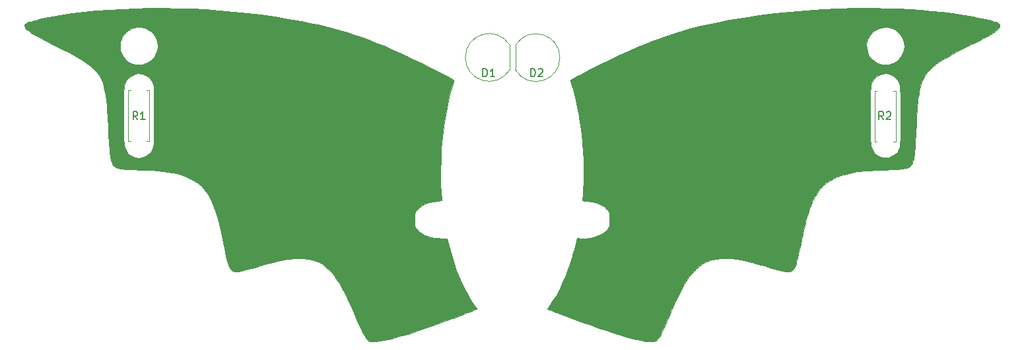
<source format=gbr>
%TF.GenerationSoftware,KiCad,Pcbnew,8.0.5*%
%TF.CreationDate,2025-02-18T13:06:51+00:00*%
%TF.ProjectId,bat-design,6261742d-6465-4736-9967-6e2e6b696361,v1*%
%TF.SameCoordinates,Original*%
%TF.FileFunction,Legend,Top*%
%TF.FilePolarity,Positive*%
%FSLAX46Y46*%
G04 Gerber Fmt 4.6, Leading zero omitted, Abs format (unit mm)*
G04 Created by KiCad (PCBNEW 8.0.5) date 2025-02-18 13:06:51*
%MOMM*%
%LPD*%
G01*
G04 APERTURE LIST*
%ADD10C,0.150000*%
%ADD11C,0.100000*%
%ADD12C,0.120000*%
%ADD13C,0.010000*%
G04 APERTURE END LIST*
D10*
X91260705Y-152169019D02*
X91260705Y-151169019D01*
X91260705Y-151169019D02*
X91498800Y-151169019D01*
X91498800Y-151169019D02*
X91641657Y-151216638D01*
X91641657Y-151216638D02*
X91736895Y-151311876D01*
X91736895Y-151311876D02*
X91784514Y-151407114D01*
X91784514Y-151407114D02*
X91832133Y-151597590D01*
X91832133Y-151597590D02*
X91832133Y-151740447D01*
X91832133Y-151740447D02*
X91784514Y-151930923D01*
X91784514Y-151930923D02*
X91736895Y-152026161D01*
X91736895Y-152026161D02*
X91641657Y-152121400D01*
X91641657Y-152121400D02*
X91498800Y-152169019D01*
X91498800Y-152169019D02*
X91260705Y-152169019D01*
X92784514Y-152169019D02*
X92213086Y-152169019D01*
X92498800Y-152169019D02*
X92498800Y-151169019D01*
X92498800Y-151169019D02*
X92403562Y-151311876D01*
X92403562Y-151311876D02*
X92308324Y-151407114D01*
X92308324Y-151407114D02*
X92213086Y-151454733D01*
X97432905Y-152169019D02*
X97432905Y-151169019D01*
X97432905Y-151169019D02*
X97671000Y-151169019D01*
X97671000Y-151169019D02*
X97813857Y-151216638D01*
X97813857Y-151216638D02*
X97909095Y-151311876D01*
X97909095Y-151311876D02*
X97956714Y-151407114D01*
X97956714Y-151407114D02*
X98004333Y-151597590D01*
X98004333Y-151597590D02*
X98004333Y-151740447D01*
X98004333Y-151740447D02*
X97956714Y-151930923D01*
X97956714Y-151930923D02*
X97909095Y-152026161D01*
X97909095Y-152026161D02*
X97813857Y-152121400D01*
X97813857Y-152121400D02*
X97671000Y-152169019D01*
X97671000Y-152169019D02*
X97432905Y-152169019D01*
X98385286Y-151264257D02*
X98432905Y-151216638D01*
X98432905Y-151216638D02*
X98528143Y-151169019D01*
X98528143Y-151169019D02*
X98766238Y-151169019D01*
X98766238Y-151169019D02*
X98861476Y-151216638D01*
X98861476Y-151216638D02*
X98909095Y-151264257D01*
X98909095Y-151264257D02*
X98956714Y-151359495D01*
X98956714Y-151359495D02*
X98956714Y-151454733D01*
X98956714Y-151454733D02*
X98909095Y-151597590D01*
X98909095Y-151597590D02*
X98337667Y-152169019D01*
X98337667Y-152169019D02*
X98956714Y-152169019D01*
X46975733Y-157680819D02*
X46642400Y-157204628D01*
X46404305Y-157680819D02*
X46404305Y-156680819D01*
X46404305Y-156680819D02*
X46785257Y-156680819D01*
X46785257Y-156680819D02*
X46880495Y-156728438D01*
X46880495Y-156728438D02*
X46928114Y-156776057D01*
X46928114Y-156776057D02*
X46975733Y-156871295D01*
X46975733Y-156871295D02*
X46975733Y-157014152D01*
X46975733Y-157014152D02*
X46928114Y-157109390D01*
X46928114Y-157109390D02*
X46880495Y-157157009D01*
X46880495Y-157157009D02*
X46785257Y-157204628D01*
X46785257Y-157204628D02*
X46404305Y-157204628D01*
X47928114Y-157680819D02*
X47356686Y-157680819D01*
X47642400Y-157680819D02*
X47642400Y-156680819D01*
X47642400Y-156680819D02*
X47547162Y-156823676D01*
X47547162Y-156823676D02*
X47451924Y-156918914D01*
X47451924Y-156918914D02*
X47356686Y-156966533D01*
X142632133Y-157680819D02*
X142298800Y-157204628D01*
X142060705Y-157680819D02*
X142060705Y-156680819D01*
X142060705Y-156680819D02*
X142441657Y-156680819D01*
X142441657Y-156680819D02*
X142536895Y-156728438D01*
X142536895Y-156728438D02*
X142584514Y-156776057D01*
X142584514Y-156776057D02*
X142632133Y-156871295D01*
X142632133Y-156871295D02*
X142632133Y-157014152D01*
X142632133Y-157014152D02*
X142584514Y-157109390D01*
X142584514Y-157109390D02*
X142536895Y-157157009D01*
X142536895Y-157157009D02*
X142441657Y-157204628D01*
X142441657Y-157204628D02*
X142060705Y-157204628D01*
X143013086Y-156776057D02*
X143060705Y-156728438D01*
X143060705Y-156728438D02*
X143155943Y-156680819D01*
X143155943Y-156680819D02*
X143394038Y-156680819D01*
X143394038Y-156680819D02*
X143489276Y-156728438D01*
X143489276Y-156728438D02*
X143536895Y-156776057D01*
X143536895Y-156776057D02*
X143584514Y-156871295D01*
X143584514Y-156871295D02*
X143584514Y-156966533D01*
X143584514Y-156966533D02*
X143536895Y-157109390D01*
X143536895Y-157109390D02*
X142965467Y-157680819D01*
X142965467Y-157680819D02*
X143584514Y-157680819D01*
D11*
%TO.C,D1*%
X94685000Y-148077600D02*
X94685000Y-151287600D01*
X94686718Y-151314811D02*
G75*
G02*
X94685000Y-148097600I-2611718J1607211D01*
G01*
%TO.C,D2*%
X95459400Y-151363000D02*
X95459400Y-148153000D01*
X95457682Y-148125789D02*
G75*
G02*
X95459400Y-151343000I2611718J-1607211D01*
G01*
D12*
%TO.C,R1*%
X45747000Y-153905200D02*
X46077000Y-153905200D01*
X45747000Y-160445200D02*
X45747000Y-153905200D01*
X46077000Y-160445200D02*
X45747000Y-160445200D01*
X48157000Y-160445200D02*
X48487000Y-160445200D01*
X48487000Y-153905200D02*
X48157000Y-153905200D01*
X48487000Y-160445200D02*
X48487000Y-153905200D01*
%TO.C,R2*%
X141479600Y-153981400D02*
X141809600Y-153981400D01*
X141479600Y-160521400D02*
X141479600Y-153981400D01*
X141809600Y-160521400D02*
X141479600Y-160521400D01*
X143889600Y-160521400D02*
X144219600Y-160521400D01*
X144219600Y-153981400D02*
X143889600Y-153981400D01*
X144219600Y-160521400D02*
X144219600Y-153981400D01*
D13*
%TO.C,Ref\u002A\u002A*%
X141410267Y-143388855D02*
X143024437Y-143418841D01*
X144565443Y-143469679D01*
X146042339Y-143541997D01*
X147464176Y-143636424D01*
X148840007Y-143753586D01*
X150178884Y-143894112D01*
X151489859Y-144058629D01*
X151908934Y-144117012D01*
X152455808Y-144198672D01*
X153012348Y-144288569D01*
X153569873Y-144384874D01*
X154119702Y-144485762D01*
X154653152Y-144589404D01*
X155161542Y-144693975D01*
X155636191Y-144797647D01*
X156068418Y-144898595D01*
X156449540Y-144994990D01*
X156770877Y-145085007D01*
X157023746Y-145166818D01*
X157167319Y-145223511D01*
X157363969Y-145334277D01*
X157487475Y-145458328D01*
X157536931Y-145596859D01*
X157511430Y-145751061D01*
X157410065Y-145922128D01*
X157231931Y-146111253D01*
X156976119Y-146319629D01*
X156641725Y-146548450D01*
X156227840Y-146798907D01*
X155782434Y-147046057D01*
X155623510Y-147130007D01*
X155400360Y-147245982D01*
X155124469Y-147388107D01*
X154807320Y-147550507D01*
X154460399Y-147727307D01*
X154095189Y-147912632D01*
X153723176Y-148100607D01*
X153581100Y-148172172D01*
X152843691Y-148547096D01*
X152178998Y-148893539D01*
X151581365Y-149215048D01*
X151045135Y-149515171D01*
X150564649Y-149797456D01*
X150134250Y-150065451D01*
X149748282Y-150322704D01*
X149401085Y-150572762D01*
X149087004Y-150819173D01*
X148800380Y-151065485D01*
X148535556Y-151315245D01*
X148478939Y-151371733D01*
X148192939Y-151680828D01*
X147959509Y-151984404D01*
X147768143Y-152301618D01*
X147608340Y-152651629D01*
X147469597Y-153053592D01*
X147378803Y-153378375D01*
X147302964Y-153688035D01*
X147234193Y-154007758D01*
X147171762Y-154344519D01*
X147114940Y-154705295D01*
X147062996Y-155097062D01*
X147015201Y-155526796D01*
X146970823Y-156001474D01*
X146929134Y-156528072D01*
X146889402Y-157113566D01*
X146850898Y-157764933D01*
X146812892Y-158489148D01*
X146786441Y-159037867D01*
X146752460Y-159731636D01*
X146718797Y-160346551D01*
X146684761Y-160888418D01*
X146649658Y-161363044D01*
X146612797Y-161776233D01*
X146573485Y-162133794D01*
X146531032Y-162441532D01*
X146484744Y-162705254D01*
X146433930Y-162930765D01*
X146377897Y-163123873D01*
X146315955Y-163290383D01*
X146266743Y-163398200D01*
X146200339Y-163519108D01*
X146124931Y-163624436D01*
X146034311Y-163715514D01*
X145922272Y-163793672D01*
X145782605Y-163860240D01*
X145609102Y-163916547D01*
X145395553Y-163963923D01*
X145135752Y-164003697D01*
X144823490Y-164037201D01*
X144452558Y-164065762D01*
X144016748Y-164090711D01*
X143509852Y-164113377D01*
X142925662Y-164135091D01*
X142807267Y-164139156D01*
X142120052Y-164164366D01*
X141508442Y-164191140D01*
X140963376Y-164220427D01*
X140475795Y-164253180D01*
X140036639Y-164290347D01*
X139636847Y-164332880D01*
X139267360Y-164381730D01*
X138919118Y-164437845D01*
X138583060Y-164502178D01*
X138250128Y-164575679D01*
X137954034Y-164648315D01*
X137203577Y-164870289D01*
X136523625Y-165135814D01*
X135910716Y-165447236D01*
X135361391Y-165806902D01*
X134872189Y-166217161D01*
X134439649Y-166680360D01*
X134060310Y-167198845D01*
X133961879Y-167356367D01*
X133817266Y-167602606D01*
X133692527Y-167831990D01*
X133577138Y-168066388D01*
X133460576Y-168327670D01*
X133332317Y-168637704D01*
X133269163Y-168795965D01*
X133152523Y-169100527D01*
X133041995Y-169411279D01*
X132935489Y-169736239D01*
X132830913Y-170083431D01*
X132726176Y-170460874D01*
X132619187Y-170876590D01*
X132507853Y-171338599D01*
X132390085Y-171854923D01*
X132263791Y-172433582D01*
X132126878Y-173082598D01*
X132033037Y-173537034D01*
X131914772Y-174108614D01*
X131809747Y-174603925D01*
X131716052Y-175030001D01*
X131631778Y-175393873D01*
X131555016Y-175702572D01*
X131483857Y-175963132D01*
X131416392Y-176182584D01*
X131350712Y-176367961D01*
X131284908Y-176526295D01*
X131217071Y-176664617D01*
X131153686Y-176776184D01*
X131028539Y-176961295D01*
X130905839Y-177081316D01*
X130760954Y-177150838D01*
X130569251Y-177184450D01*
X130451326Y-177192207D01*
X130299203Y-177195243D01*
X130141854Y-177189362D01*
X129971523Y-177172804D01*
X129780455Y-177143811D01*
X129560893Y-177100623D01*
X129305083Y-177041478D01*
X129005268Y-176964619D01*
X128653693Y-176868285D01*
X128242601Y-176750716D01*
X127764237Y-176610153D01*
X127376767Y-176494608D01*
X126529174Y-176248531D01*
X125750818Y-176039480D01*
X125035242Y-175866549D01*
X124375991Y-175728833D01*
X123766608Y-175625424D01*
X123200636Y-175555416D01*
X122671619Y-175517904D01*
X122173101Y-175511980D01*
X121698625Y-175536737D01*
X121241734Y-175591271D01*
X121103486Y-175613936D01*
X120635123Y-175716735D01*
X120188996Y-175859725D01*
X119762358Y-176046118D01*
X119352462Y-176279126D01*
X118956562Y-176561963D01*
X118571912Y-176897841D01*
X118195763Y-177289973D01*
X117825371Y-177741570D01*
X117457988Y-178255845D01*
X117090868Y-178836011D01*
X116721264Y-179485281D01*
X116346429Y-180206866D01*
X115963617Y-181003980D01*
X115570082Y-181879835D01*
X115390877Y-182295547D01*
X115258876Y-182605403D01*
X115114325Y-182944803D01*
X114968918Y-183286281D01*
X114834349Y-183602373D01*
X114731002Y-183845200D01*
X114493477Y-184388481D01*
X114276516Y-184852923D01*
X114078475Y-185241391D01*
X113897715Y-185556750D01*
X113732595Y-185801864D01*
X113581472Y-185979599D01*
X113443589Y-186092273D01*
X113354927Y-186138654D01*
X113254620Y-186169011D01*
X113120505Y-186187453D01*
X112930417Y-186198090D01*
X112860925Y-186200322D01*
X112603557Y-186198544D01*
X112321276Y-186182128D01*
X112064796Y-186154205D01*
X112030934Y-186149099D01*
X111525590Y-186056940D01*
X110946925Y-185928978D01*
X110297887Y-185766168D01*
X109581423Y-185569465D01*
X108800483Y-185339827D01*
X107958015Y-185078208D01*
X107056966Y-184785565D01*
X106100286Y-184462853D01*
X105090923Y-184111029D01*
X104031825Y-183731048D01*
X102925941Y-183323867D01*
X101776219Y-182890442D01*
X100685929Y-182470746D01*
X100391091Y-182355893D01*
X100122792Y-182250846D01*
X99890922Y-182159520D01*
X99705373Y-182085831D01*
X99576034Y-182033694D01*
X99512798Y-182007023D01*
X99508195Y-182004573D01*
X99526390Y-181967413D01*
X99586370Y-181877369D01*
X99678308Y-181748672D01*
X99772824Y-181621396D01*
X100229083Y-180969777D01*
X100673850Y-180241978D01*
X101103214Y-179446143D01*
X101513260Y-178590420D01*
X101900075Y-177682954D01*
X102259747Y-176731891D01*
X102575129Y-175787764D01*
X102659609Y-175507598D01*
X102756021Y-175170705D01*
X102858726Y-174798342D01*
X102962081Y-174411762D01*
X103060445Y-174032221D01*
X103148175Y-173680973D01*
X103219632Y-173379275D01*
X103246495Y-173258294D01*
X103315646Y-172937221D01*
X103852707Y-172956438D01*
X104389972Y-172950957D01*
X104911251Y-172897969D01*
X105408219Y-172800891D01*
X105872551Y-172663137D01*
X106295921Y-172488125D01*
X106670005Y-172279269D01*
X106986476Y-172039985D01*
X107237011Y-171773690D01*
X107406606Y-171498280D01*
X107449018Y-171404211D01*
X107479575Y-171320343D01*
X107500216Y-171230478D01*
X107512882Y-171118423D01*
X107519513Y-170967982D01*
X107522049Y-170762961D01*
X107522434Y-170531367D01*
X107521919Y-170267256D01*
X107519067Y-170071808D01*
X107511913Y-169929019D01*
X107498492Y-169822887D01*
X107476840Y-169737408D01*
X107444993Y-169656580D01*
X107404654Y-169571863D01*
X107273148Y-169365325D01*
X107082618Y-169146989D01*
X106852851Y-168935991D01*
X106603637Y-168751465D01*
X106476339Y-168674224D01*
X106098204Y-168496602D01*
X105654352Y-168346166D01*
X105160541Y-168227062D01*
X104632525Y-168143435D01*
X104353517Y-168115652D01*
X104020934Y-168089133D01*
X104046742Y-167828583D01*
X104077930Y-167453032D01*
X104104889Y-167007064D01*
X104127444Y-166504829D01*
X104145420Y-165960481D01*
X104158641Y-165388172D01*
X104166931Y-164802053D01*
X104170115Y-164216276D01*
X104168018Y-163644993D01*
X104160464Y-163102357D01*
X104147277Y-162602519D01*
X104128283Y-162159632D01*
X104118995Y-162001200D01*
X103993565Y-160419286D01*
X103824430Y-158902207D01*
X103611866Y-157451611D01*
X103569413Y-157222092D01*
X140936658Y-157222092D01*
X140937216Y-157734265D01*
X140938978Y-158238268D01*
X140941943Y-158726364D01*
X140946115Y-159190819D01*
X140951494Y-159623897D01*
X140958083Y-160017863D01*
X140965883Y-160364983D01*
X140974895Y-160657520D01*
X140985121Y-160887741D01*
X140996563Y-161047909D01*
X141007747Y-161125184D01*
X141140215Y-161495805D01*
X141336690Y-161820567D01*
X141540007Y-162053047D01*
X141852099Y-162308849D01*
X142196896Y-162487788D01*
X142568231Y-162588218D01*
X142959938Y-162608491D01*
X143365850Y-162546961D01*
X143378058Y-162543866D01*
X143674220Y-162430586D01*
X143966019Y-162251656D01*
X144232104Y-162024372D01*
X144451122Y-161766027D01*
X144559528Y-161586890D01*
X144599770Y-161507487D01*
X144635188Y-161434247D01*
X144666091Y-161361496D01*
X144692785Y-161283561D01*
X144715580Y-161194767D01*
X144734782Y-161089442D01*
X144750699Y-160961912D01*
X144763640Y-160806503D01*
X144773911Y-160617542D01*
X144781821Y-160389354D01*
X144787678Y-160116267D01*
X144791790Y-159792607D01*
X144794463Y-159412699D01*
X144796006Y-158970871D01*
X144796727Y-158461449D01*
X144796934Y-157878760D01*
X144796934Y-157210723D01*
X144796457Y-156466545D01*
X144795015Y-155805350D01*
X144792588Y-155225455D01*
X144789153Y-154725183D01*
X144784693Y-154302853D01*
X144779185Y-153956784D01*
X144772610Y-153685299D01*
X144764949Y-153486716D01*
X144756179Y-153359355D01*
X144749960Y-153314367D01*
X144642250Y-152984433D01*
X144466492Y-152664333D01*
X144237307Y-152372749D01*
X143969317Y-152128366D01*
X143684888Y-151953498D01*
X143316500Y-151822619D01*
X142944536Y-151770948D01*
X142578181Y-151793995D01*
X142226625Y-151887271D01*
X141899055Y-152046284D01*
X141604657Y-152266544D01*
X141352619Y-152543562D01*
X141152130Y-152872845D01*
X141012375Y-153249905D01*
X141009421Y-153261126D01*
X140996858Y-153352665D01*
X140985480Y-153521118D01*
X140975289Y-153758752D01*
X140966285Y-154057831D01*
X140958471Y-154410620D01*
X140951848Y-154809383D01*
X140946417Y-155246386D01*
X140942182Y-155713894D01*
X140939142Y-156204171D01*
X140937300Y-156709482D01*
X140936658Y-157222092D01*
X103569413Y-157222092D01*
X103356152Y-156069143D01*
X103057566Y-154756451D01*
X102716386Y-153515180D01*
X102651166Y-153301700D01*
X102588948Y-153097387D01*
X102535277Y-152914002D01*
X102495791Y-152771297D01*
X102476129Y-152689025D01*
X102475932Y-152687867D01*
X102474813Y-152656839D01*
X102487147Y-152625183D01*
X102520406Y-152588297D01*
X102582059Y-152541577D01*
X102679576Y-152480421D01*
X102820427Y-152400226D01*
X103012082Y-152296388D01*
X103262010Y-152164304D01*
X103577682Y-151999371D01*
X103678060Y-151947098D01*
X105068754Y-151231083D01*
X106395985Y-150564236D01*
X107663927Y-149944797D01*
X108876752Y-149371002D01*
X110038633Y-148841089D01*
X111153741Y-148353297D01*
X111835257Y-148068978D01*
X140454203Y-148068978D01*
X140463438Y-148492734D01*
X140550158Y-148913391D01*
X140715305Y-149321679D01*
X140864369Y-149574873D01*
X141142983Y-149918164D01*
X141478509Y-150206867D01*
X141857954Y-150431849D01*
X142268326Y-150583981D01*
X142318385Y-150596751D01*
X142558790Y-150635292D01*
X142841105Y-150650383D01*
X143125747Y-150641533D01*
X143366100Y-150609720D01*
X143509706Y-150569242D01*
X143694965Y-150502032D01*
X143888470Y-150420531D01*
X143945876Y-150393846D01*
X144306038Y-150176371D01*
X144622643Y-149894372D01*
X144888024Y-149560009D01*
X145094510Y-149185443D01*
X145234432Y-148782832D01*
X145300122Y-148364339D01*
X145304198Y-148240058D01*
X145265106Y-147832769D01*
X145150283Y-147429594D01*
X144968024Y-147045049D01*
X144726622Y-146693653D01*
X144434372Y-146389922D01*
X144113960Y-146156829D01*
X143770105Y-145982769D01*
X143428425Y-145876193D01*
X143059084Y-145828998D01*
X142891934Y-145824931D01*
X142453259Y-145855143D01*
X142062313Y-145949075D01*
X141705156Y-146112430D01*
X141367849Y-146350916D01*
X141173321Y-146528367D01*
X140882013Y-146871817D01*
X140664431Y-147249249D01*
X140521514Y-147651393D01*
X140454203Y-148068978D01*
X111835257Y-148068978D01*
X112226249Y-147905862D01*
X113260331Y-147497023D01*
X114260158Y-147125018D01*
X115229903Y-146788084D01*
X116173739Y-146484459D01*
X117095837Y-146212381D01*
X117555626Y-146086126D01*
X119261430Y-145656520D01*
X121037530Y-145261293D01*
X122876481Y-144901285D01*
X124770837Y-144577340D01*
X126713154Y-144290298D01*
X128695985Y-144041002D01*
X130711886Y-143830294D01*
X132753410Y-143659015D01*
X134813113Y-143528007D01*
X136883550Y-143438112D01*
X138957274Y-143390172D01*
X141026841Y-143385029D01*
X141410267Y-143388855D01*
G36*
X141410267Y-143388855D02*
G01*
X143024437Y-143418841D01*
X144565443Y-143469679D01*
X146042339Y-143541997D01*
X147464176Y-143636424D01*
X148840007Y-143753586D01*
X150178884Y-143894112D01*
X151489859Y-144058629D01*
X151908934Y-144117012D01*
X152455808Y-144198672D01*
X153012348Y-144288569D01*
X153569873Y-144384874D01*
X154119702Y-144485762D01*
X154653152Y-144589404D01*
X155161542Y-144693975D01*
X155636191Y-144797647D01*
X156068418Y-144898595D01*
X156449540Y-144994990D01*
X156770877Y-145085007D01*
X157023746Y-145166818D01*
X157167319Y-145223511D01*
X157363969Y-145334277D01*
X157487475Y-145458328D01*
X157536931Y-145596859D01*
X157511430Y-145751061D01*
X157410065Y-145922128D01*
X157231931Y-146111253D01*
X156976119Y-146319629D01*
X156641725Y-146548450D01*
X156227840Y-146798907D01*
X155782434Y-147046057D01*
X155623510Y-147130007D01*
X155400360Y-147245982D01*
X155124469Y-147388107D01*
X154807320Y-147550507D01*
X154460399Y-147727307D01*
X154095189Y-147912632D01*
X153723176Y-148100607D01*
X153581100Y-148172172D01*
X152843691Y-148547096D01*
X152178998Y-148893539D01*
X151581365Y-149215048D01*
X151045135Y-149515171D01*
X150564649Y-149797456D01*
X150134250Y-150065451D01*
X149748282Y-150322704D01*
X149401085Y-150572762D01*
X149087004Y-150819173D01*
X148800380Y-151065485D01*
X148535556Y-151315245D01*
X148478939Y-151371733D01*
X148192939Y-151680828D01*
X147959509Y-151984404D01*
X147768143Y-152301618D01*
X147608340Y-152651629D01*
X147469597Y-153053592D01*
X147378803Y-153378375D01*
X147302964Y-153688035D01*
X147234193Y-154007758D01*
X147171762Y-154344519D01*
X147114940Y-154705295D01*
X147062996Y-155097062D01*
X147015201Y-155526796D01*
X146970823Y-156001474D01*
X146929134Y-156528072D01*
X146889402Y-157113566D01*
X146850898Y-157764933D01*
X146812892Y-158489148D01*
X146786441Y-159037867D01*
X146752460Y-159731636D01*
X146718797Y-160346551D01*
X146684761Y-160888418D01*
X146649658Y-161363044D01*
X146612797Y-161776233D01*
X146573485Y-162133794D01*
X146531032Y-162441532D01*
X146484744Y-162705254D01*
X146433930Y-162930765D01*
X146377897Y-163123873D01*
X146315955Y-163290383D01*
X146266743Y-163398200D01*
X146200339Y-163519108D01*
X146124931Y-163624436D01*
X146034311Y-163715514D01*
X145922272Y-163793672D01*
X145782605Y-163860240D01*
X145609102Y-163916547D01*
X145395553Y-163963923D01*
X145135752Y-164003697D01*
X144823490Y-164037201D01*
X144452558Y-164065762D01*
X144016748Y-164090711D01*
X143509852Y-164113377D01*
X142925662Y-164135091D01*
X142807267Y-164139156D01*
X142120052Y-164164366D01*
X141508442Y-164191140D01*
X140963376Y-164220427D01*
X140475795Y-164253180D01*
X140036639Y-164290347D01*
X139636847Y-164332880D01*
X139267360Y-164381730D01*
X138919118Y-164437845D01*
X138583060Y-164502178D01*
X138250128Y-164575679D01*
X137954034Y-164648315D01*
X137203577Y-164870289D01*
X136523625Y-165135814D01*
X135910716Y-165447236D01*
X135361391Y-165806902D01*
X134872189Y-166217161D01*
X134439649Y-166680360D01*
X134060310Y-167198845D01*
X133961879Y-167356367D01*
X133817266Y-167602606D01*
X133692527Y-167831990D01*
X133577138Y-168066388D01*
X133460576Y-168327670D01*
X133332317Y-168637704D01*
X133269163Y-168795965D01*
X133152523Y-169100527D01*
X133041995Y-169411279D01*
X132935489Y-169736239D01*
X132830913Y-170083431D01*
X132726176Y-170460874D01*
X132619187Y-170876590D01*
X132507853Y-171338599D01*
X132390085Y-171854923D01*
X132263791Y-172433582D01*
X132126878Y-173082598D01*
X132033037Y-173537034D01*
X131914772Y-174108614D01*
X131809747Y-174603925D01*
X131716052Y-175030001D01*
X131631778Y-175393873D01*
X131555016Y-175702572D01*
X131483857Y-175963132D01*
X131416392Y-176182584D01*
X131350712Y-176367961D01*
X131284908Y-176526295D01*
X131217071Y-176664617D01*
X131153686Y-176776184D01*
X131028539Y-176961295D01*
X130905839Y-177081316D01*
X130760954Y-177150838D01*
X130569251Y-177184450D01*
X130451326Y-177192207D01*
X130299203Y-177195243D01*
X130141854Y-177189362D01*
X129971523Y-177172804D01*
X129780455Y-177143811D01*
X129560893Y-177100623D01*
X129305083Y-177041478D01*
X129005268Y-176964619D01*
X128653693Y-176868285D01*
X128242601Y-176750716D01*
X127764237Y-176610153D01*
X127376767Y-176494608D01*
X126529174Y-176248531D01*
X125750818Y-176039480D01*
X125035242Y-175866549D01*
X124375991Y-175728833D01*
X123766608Y-175625424D01*
X123200636Y-175555416D01*
X122671619Y-175517904D01*
X122173101Y-175511980D01*
X121698625Y-175536737D01*
X121241734Y-175591271D01*
X121103486Y-175613936D01*
X120635123Y-175716735D01*
X120188996Y-175859725D01*
X119762358Y-176046118D01*
X119352462Y-176279126D01*
X118956562Y-176561963D01*
X118571912Y-176897841D01*
X118195763Y-177289973D01*
X117825371Y-177741570D01*
X117457988Y-178255845D01*
X117090868Y-178836011D01*
X116721264Y-179485281D01*
X116346429Y-180206866D01*
X115963617Y-181003980D01*
X115570082Y-181879835D01*
X115390877Y-182295547D01*
X115258876Y-182605403D01*
X115114325Y-182944803D01*
X114968918Y-183286281D01*
X114834349Y-183602373D01*
X114731002Y-183845200D01*
X114493477Y-184388481D01*
X114276516Y-184852923D01*
X114078475Y-185241391D01*
X113897715Y-185556750D01*
X113732595Y-185801864D01*
X113581472Y-185979599D01*
X113443589Y-186092273D01*
X113354927Y-186138654D01*
X113254620Y-186169011D01*
X113120505Y-186187453D01*
X112930417Y-186198090D01*
X112860925Y-186200322D01*
X112603557Y-186198544D01*
X112321276Y-186182128D01*
X112064796Y-186154205D01*
X112030934Y-186149099D01*
X111525590Y-186056940D01*
X110946925Y-185928978D01*
X110297887Y-185766168D01*
X109581423Y-185569465D01*
X108800483Y-185339827D01*
X107958015Y-185078208D01*
X107056966Y-184785565D01*
X106100286Y-184462853D01*
X105090923Y-184111029D01*
X104031825Y-183731048D01*
X102925941Y-183323867D01*
X101776219Y-182890442D01*
X100685929Y-182470746D01*
X100391091Y-182355893D01*
X100122792Y-182250846D01*
X99890922Y-182159520D01*
X99705373Y-182085831D01*
X99576034Y-182033694D01*
X99512798Y-182007023D01*
X99508195Y-182004573D01*
X99526390Y-181967413D01*
X99586370Y-181877369D01*
X99678308Y-181748672D01*
X99772824Y-181621396D01*
X100229083Y-180969777D01*
X100673850Y-180241978D01*
X101103214Y-179446143D01*
X101513260Y-178590420D01*
X101900075Y-177682954D01*
X102259747Y-176731891D01*
X102575129Y-175787764D01*
X102659609Y-175507598D01*
X102756021Y-175170705D01*
X102858726Y-174798342D01*
X102962081Y-174411762D01*
X103060445Y-174032221D01*
X103148175Y-173680973D01*
X103219632Y-173379275D01*
X103246495Y-173258294D01*
X103315646Y-172937221D01*
X103852707Y-172956438D01*
X104389972Y-172950957D01*
X104911251Y-172897969D01*
X105408219Y-172800891D01*
X105872551Y-172663137D01*
X106295921Y-172488125D01*
X106670005Y-172279269D01*
X106986476Y-172039985D01*
X107237011Y-171773690D01*
X107406606Y-171498280D01*
X107449018Y-171404211D01*
X107479575Y-171320343D01*
X107500216Y-171230478D01*
X107512882Y-171118423D01*
X107519513Y-170967982D01*
X107522049Y-170762961D01*
X107522434Y-170531367D01*
X107521919Y-170267256D01*
X107519067Y-170071808D01*
X107511913Y-169929019D01*
X107498492Y-169822887D01*
X107476840Y-169737408D01*
X107444993Y-169656580D01*
X107404654Y-169571863D01*
X107273148Y-169365325D01*
X107082618Y-169146989D01*
X106852851Y-168935991D01*
X106603637Y-168751465D01*
X106476339Y-168674224D01*
X106098204Y-168496602D01*
X105654352Y-168346166D01*
X105160541Y-168227062D01*
X104632525Y-168143435D01*
X104353517Y-168115652D01*
X104020934Y-168089133D01*
X104046742Y-167828583D01*
X104077930Y-167453032D01*
X104104889Y-167007064D01*
X104127444Y-166504829D01*
X104145420Y-165960481D01*
X104158641Y-165388172D01*
X104166931Y-164802053D01*
X104170115Y-164216276D01*
X104168018Y-163644993D01*
X104160464Y-163102357D01*
X104147277Y-162602519D01*
X104128283Y-162159632D01*
X104118995Y-162001200D01*
X103993565Y-160419286D01*
X103824430Y-158902207D01*
X103611866Y-157451611D01*
X103569413Y-157222092D01*
X140936658Y-157222092D01*
X140937216Y-157734265D01*
X140938978Y-158238268D01*
X140941943Y-158726364D01*
X140946115Y-159190819D01*
X140951494Y-159623897D01*
X140958083Y-160017863D01*
X140965883Y-160364983D01*
X140974895Y-160657520D01*
X140985121Y-160887741D01*
X140996563Y-161047909D01*
X141007747Y-161125184D01*
X141140215Y-161495805D01*
X141336690Y-161820567D01*
X141540007Y-162053047D01*
X141852099Y-162308849D01*
X142196896Y-162487788D01*
X142568231Y-162588218D01*
X142959938Y-162608491D01*
X143365850Y-162546961D01*
X143378058Y-162543866D01*
X143674220Y-162430586D01*
X143966019Y-162251656D01*
X144232104Y-162024372D01*
X144451122Y-161766027D01*
X144559528Y-161586890D01*
X144599770Y-161507487D01*
X144635188Y-161434247D01*
X144666091Y-161361496D01*
X144692785Y-161283561D01*
X144715580Y-161194767D01*
X144734782Y-161089442D01*
X144750699Y-160961912D01*
X144763640Y-160806503D01*
X144773911Y-160617542D01*
X144781821Y-160389354D01*
X144787678Y-160116267D01*
X144791790Y-159792607D01*
X144794463Y-159412699D01*
X144796006Y-158970871D01*
X144796727Y-158461449D01*
X144796934Y-157878760D01*
X144796934Y-157210723D01*
X144796457Y-156466545D01*
X144795015Y-155805350D01*
X144792588Y-155225455D01*
X144789153Y-154725183D01*
X144784693Y-154302853D01*
X144779185Y-153956784D01*
X144772610Y-153685299D01*
X144764949Y-153486716D01*
X144756179Y-153359355D01*
X144749960Y-153314367D01*
X144642250Y-152984433D01*
X144466492Y-152664333D01*
X144237307Y-152372749D01*
X143969317Y-152128366D01*
X143684888Y-151953498D01*
X143316500Y-151822619D01*
X142944536Y-151770948D01*
X142578181Y-151793995D01*
X142226625Y-151887271D01*
X141899055Y-152046284D01*
X141604657Y-152266544D01*
X141352619Y-152543562D01*
X141152130Y-152872845D01*
X141012375Y-153249905D01*
X141009421Y-153261126D01*
X140996858Y-153352665D01*
X140985480Y-153521118D01*
X140975289Y-153758752D01*
X140966285Y-154057831D01*
X140958471Y-154410620D01*
X140951848Y-154809383D01*
X140946417Y-155246386D01*
X140942182Y-155713894D01*
X140939142Y-156204171D01*
X140937300Y-156709482D01*
X140936658Y-157222092D01*
X103569413Y-157222092D01*
X103356152Y-156069143D01*
X103057566Y-154756451D01*
X102716386Y-153515180D01*
X102651166Y-153301700D01*
X102588948Y-153097387D01*
X102535277Y-152914002D01*
X102495791Y-152771297D01*
X102476129Y-152689025D01*
X102475932Y-152687867D01*
X102474813Y-152656839D01*
X102487147Y-152625183D01*
X102520406Y-152588297D01*
X102582059Y-152541577D01*
X102679576Y-152480421D01*
X102820427Y-152400226D01*
X103012082Y-152296388D01*
X103262010Y-152164304D01*
X103577682Y-151999371D01*
X103678060Y-151947098D01*
X105068754Y-151231083D01*
X106395985Y-150564236D01*
X107663927Y-149944797D01*
X108876752Y-149371002D01*
X110038633Y-148841089D01*
X111153741Y-148353297D01*
X111835257Y-148068978D01*
X140454203Y-148068978D01*
X140463438Y-148492734D01*
X140550158Y-148913391D01*
X140715305Y-149321679D01*
X140864369Y-149574873D01*
X141142983Y-149918164D01*
X141478509Y-150206867D01*
X141857954Y-150431849D01*
X142268326Y-150583981D01*
X142318385Y-150596751D01*
X142558790Y-150635292D01*
X142841105Y-150650383D01*
X143125747Y-150641533D01*
X143366100Y-150609720D01*
X143509706Y-150569242D01*
X143694965Y-150502032D01*
X143888470Y-150420531D01*
X143945876Y-150393846D01*
X144306038Y-150176371D01*
X144622643Y-149894372D01*
X144888024Y-149560009D01*
X145094510Y-149185443D01*
X145234432Y-148782832D01*
X145300122Y-148364339D01*
X145304198Y-148240058D01*
X145265106Y-147832769D01*
X145150283Y-147429594D01*
X144968024Y-147045049D01*
X144726622Y-146693653D01*
X144434372Y-146389922D01*
X144113960Y-146156829D01*
X143770105Y-145982769D01*
X143428425Y-145876193D01*
X143059084Y-145828998D01*
X142891934Y-145824931D01*
X142453259Y-145855143D01*
X142062313Y-145949075D01*
X141705156Y-146112430D01*
X141367849Y-146350916D01*
X141173321Y-146528367D01*
X140882013Y-146871817D01*
X140664431Y-147249249D01*
X140521514Y-147651393D01*
X140454203Y-148068978D01*
X111835257Y-148068978D01*
X112226249Y-147905862D01*
X113260331Y-147497023D01*
X114260158Y-147125018D01*
X115229903Y-146788084D01*
X116173739Y-146484459D01*
X117095837Y-146212381D01*
X117555626Y-146086126D01*
X119261430Y-145656520D01*
X121037530Y-145261293D01*
X122876481Y-144901285D01*
X124770837Y-144577340D01*
X126713154Y-144290298D01*
X128695985Y-144041002D01*
X130711886Y-143830294D01*
X132753410Y-143659015D01*
X134813113Y-143528007D01*
X136883550Y-143438112D01*
X138957274Y-143390172D01*
X141026841Y-143385029D01*
X141410267Y-143388855D01*
G37*
X52051362Y-143408220D02*
X53853736Y-143467633D01*
X55660704Y-143557978D01*
X57466113Y-143679176D01*
X59263809Y-143831148D01*
X61047639Y-144013815D01*
X62811449Y-144227098D01*
X64549086Y-144470918D01*
X66254396Y-144745197D01*
X67921226Y-145049855D01*
X68977934Y-145263468D01*
X70038456Y-145493682D01*
X71048268Y-145728856D01*
X72017421Y-145972457D01*
X72955963Y-146227949D01*
X73873943Y-146498796D01*
X74781411Y-146788463D01*
X75688415Y-147100416D01*
X76605004Y-147438118D01*
X77541229Y-147805036D01*
X78507137Y-148204633D01*
X79512778Y-148640375D01*
X80568201Y-149115726D01*
X81683456Y-149634152D01*
X81762600Y-149671472D01*
X82100623Y-149832358D01*
X82474460Y-150012693D01*
X82876931Y-150208843D01*
X83300859Y-150417172D01*
X83739063Y-150634046D01*
X84184366Y-150855829D01*
X84629588Y-151078889D01*
X85067549Y-151299589D01*
X85491073Y-151514294D01*
X85892978Y-151719371D01*
X86266087Y-151911185D01*
X86603220Y-152086100D01*
X86897199Y-152240482D01*
X87140844Y-152370696D01*
X87326977Y-152473108D01*
X87448418Y-152544082D01*
X87486541Y-152569529D01*
X87513973Y-152596971D01*
X87526410Y-152636800D01*
X87521597Y-152702887D01*
X87497279Y-152809106D01*
X87451201Y-152969329D01*
X87388165Y-153174700D01*
X87034443Y-154417912D01*
X86723946Y-155724535D01*
X86457662Y-157084599D01*
X86236580Y-158488136D01*
X86061690Y-159925177D01*
X85933979Y-161385752D01*
X85854438Y-162859894D01*
X85824053Y-164337632D01*
X85843815Y-165808997D01*
X85914713Y-167264021D01*
X85946867Y-167705617D01*
X85959804Y-167890569D01*
X85962333Y-168006722D01*
X85952984Y-168069468D01*
X85930288Y-168094202D01*
X85909481Y-168097200D01*
X85841088Y-168101271D01*
X85709000Y-168112286D01*
X85533735Y-168128450D01*
X85378869Y-168143618D01*
X84839851Y-168223621D01*
X84332616Y-168350122D01*
X83868004Y-168518873D01*
X83456856Y-168725625D01*
X83110014Y-168966130D01*
X82977229Y-169084797D01*
X82838191Y-169233574D01*
X82711193Y-169392614D01*
X82619510Y-169532246D01*
X82606252Y-169557700D01*
X82569854Y-169637022D01*
X82543227Y-169712732D01*
X82524849Y-169799540D01*
X82513200Y-169912153D01*
X82506762Y-170065278D01*
X82504013Y-170273622D01*
X82503434Y-170551893D01*
X82503434Y-171335700D01*
X82628409Y-171561315D01*
X82824513Y-171837234D01*
X83094037Y-172097298D01*
X83426103Y-172333576D01*
X83809837Y-172538139D01*
X84160744Y-172678491D01*
X84447922Y-172770750D01*
X84714334Y-172839583D01*
X84981806Y-172888287D01*
X85272161Y-172920163D01*
X85607224Y-172938510D01*
X85928721Y-172945749D01*
X86687008Y-172955420D01*
X86828036Y-173561660D01*
X87131040Y-174760015D01*
X87470671Y-175909990D01*
X87844868Y-177006495D01*
X88251569Y-178044441D01*
X88688713Y-179018740D01*
X89154237Y-179924302D01*
X89646079Y-180756039D01*
X89896592Y-181135867D01*
X90031487Y-181331737D01*
X90162062Y-181519230D01*
X90274592Y-181678771D01*
X90355352Y-181790788D01*
X90363907Y-181802321D01*
X90434671Y-181906558D01*
X90472985Y-181982110D01*
X90474446Y-182005465D01*
X90425991Y-182029885D01*
X90305599Y-182081160D01*
X90120617Y-182156432D01*
X89878388Y-182252840D01*
X89586260Y-182367526D01*
X89251575Y-182497631D01*
X88881681Y-182640296D01*
X88483921Y-182792661D01*
X88065641Y-182951867D01*
X87634187Y-183115055D01*
X87329434Y-183229686D01*
X86169881Y-183659740D01*
X85069241Y-184057621D01*
X84028755Y-184422988D01*
X83049667Y-184755500D01*
X82133216Y-185054814D01*
X81280647Y-185320589D01*
X80493200Y-185552483D01*
X79772117Y-185750154D01*
X79118641Y-185913261D01*
X78534014Y-186041462D01*
X78019478Y-186134415D01*
X77576275Y-186191779D01*
X77205646Y-186213212D01*
X76908834Y-186198372D01*
X76703767Y-186152998D01*
X76585286Y-186095376D01*
X76464135Y-186001924D01*
X76337739Y-185868100D01*
X76203523Y-185689363D01*
X76058911Y-185461171D01*
X75901327Y-185178981D01*
X75728197Y-184838252D01*
X75536945Y-184434442D01*
X75324996Y-183963008D01*
X75089774Y-183419410D01*
X74903127Y-182977367D01*
X74548073Y-182142553D01*
X74213279Y-181383741D01*
X73895697Y-180695539D01*
X73592280Y-180072554D01*
X73299979Y-179509393D01*
X73015747Y-179000664D01*
X72736534Y-178540974D01*
X72459294Y-178124931D01*
X72180978Y-177747141D01*
X71898538Y-177402211D01*
X71608925Y-177084750D01*
X71522648Y-176996538D01*
X71117481Y-176621014D01*
X70710064Y-176313298D01*
X70283237Y-176064166D01*
X69819839Y-175864394D01*
X69302710Y-175704758D01*
X68976753Y-175628067D01*
X68801229Y-175593423D01*
X68635046Y-175568113D01*
X68459423Y-175550742D01*
X68255580Y-175539917D01*
X68004735Y-175534243D01*
X67688107Y-175532326D01*
X67686767Y-175532324D01*
X67301582Y-175537082D01*
X66927228Y-175553602D01*
X66554696Y-175583620D01*
X66174975Y-175628871D01*
X65779056Y-175691089D01*
X65357928Y-175772009D01*
X64902581Y-175873367D01*
X64404006Y-175996897D01*
X63853191Y-176144334D01*
X63241127Y-176317413D01*
X62558804Y-176517869D01*
X62541217Y-176523112D01*
X62023198Y-176676328D01*
X61577606Y-176805122D01*
X61196417Y-176911458D01*
X60871610Y-176997301D01*
X60595162Y-177064617D01*
X60359049Y-177115370D01*
X60155248Y-177151524D01*
X59975737Y-177175045D01*
X59830809Y-177186893D01*
X59565447Y-177194036D01*
X59363946Y-177176890D01*
X59207695Y-177130304D01*
X59078082Y-177049129D01*
X58976125Y-176950389D01*
X58893375Y-176846722D01*
X58814259Y-176720253D01*
X58737049Y-176565046D01*
X58660014Y-176375164D01*
X58581425Y-176144672D01*
X58499552Y-175867634D01*
X58412666Y-175538113D01*
X58319038Y-175150174D01*
X58216937Y-174697880D01*
X58104633Y-174175296D01*
X57980399Y-173576486D01*
X57950739Y-173431200D01*
X57868417Y-173032235D01*
X57781760Y-172621739D01*
X57694373Y-172216146D01*
X57609862Y-171831890D01*
X57531831Y-171485405D01*
X57463886Y-171193125D01*
X57421421Y-171018200D01*
X57196540Y-170176130D01*
X56960875Y-169413497D01*
X56711373Y-168725425D01*
X56444983Y-168107038D01*
X56158653Y-167553460D01*
X55849332Y-167059815D01*
X55513968Y-166621228D01*
X55149510Y-166232823D01*
X54752906Y-165889723D01*
X54321104Y-165587053D01*
X53857073Y-165323024D01*
X53418944Y-165112932D01*
X52968696Y-164927862D01*
X52498555Y-164766328D01*
X52000750Y-164626841D01*
X51467509Y-164507916D01*
X50891059Y-164408065D01*
X50263627Y-164325801D01*
X49577443Y-164259637D01*
X48824733Y-164208087D01*
X47997726Y-164169664D01*
X47790100Y-164162323D01*
X47218687Y-164142943D01*
X46724754Y-164125412D01*
X46301146Y-164109189D01*
X45940710Y-164093736D01*
X45636293Y-164078513D01*
X45380740Y-164062982D01*
X45166898Y-164046602D01*
X44987613Y-164028835D01*
X44835732Y-164009143D01*
X44704101Y-163986985D01*
X44585565Y-163961822D01*
X44472973Y-163933116D01*
X44374500Y-163904904D01*
X44144327Y-163819822D01*
X43964917Y-163709724D01*
X43824772Y-163561035D01*
X43712392Y-163360181D01*
X43616280Y-163093588D01*
X43580321Y-162967382D01*
X43533869Y-162777748D01*
X43491530Y-162565194D01*
X43452696Y-162323105D01*
X43416759Y-162044867D01*
X43383112Y-161723866D01*
X43351145Y-161353488D01*
X43320253Y-160927118D01*
X43289826Y-160438142D01*
X43259257Y-159879946D01*
X43227938Y-159245915D01*
X43217233Y-159016700D01*
X43183254Y-158307639D01*
X43150073Y-157674984D01*
X43135533Y-157426589D01*
X45188275Y-157426589D01*
X45188960Y-157924731D01*
X45190403Y-158411162D01*
X45192607Y-158877852D01*
X45195571Y-159316769D01*
X45199296Y-159719881D01*
X45203784Y-160079158D01*
X45209034Y-160386569D01*
X45215049Y-160634082D01*
X45221827Y-160813666D01*
X45229371Y-160917290D01*
X45229957Y-160921700D01*
X45320551Y-161286581D01*
X45480595Y-161628261D01*
X45699801Y-161935814D01*
X45967882Y-162198317D01*
X46274550Y-162404843D01*
X46609519Y-162544467D01*
X46799235Y-162588314D01*
X46964244Y-162614653D01*
X47080542Y-162627056D01*
X47182904Y-162625668D01*
X47306108Y-162610633D01*
X47430267Y-162590950D01*
X47798960Y-162489832D01*
X48137265Y-162316371D01*
X48436035Y-162080183D01*
X48686124Y-161790884D01*
X48878387Y-161458088D01*
X49003678Y-161091413D01*
X49038076Y-160900534D01*
X49045427Y-160799156D01*
X49052032Y-160621298D01*
X49057892Y-160375061D01*
X49063007Y-160068548D01*
X49067378Y-159709860D01*
X49071006Y-159307100D01*
X49073892Y-158868371D01*
X49076035Y-158401774D01*
X49077437Y-157915411D01*
X49078098Y-157417385D01*
X49078019Y-156915798D01*
X49077200Y-156418752D01*
X49075643Y-155934350D01*
X49073347Y-155470693D01*
X49070313Y-155035884D01*
X49066542Y-154638025D01*
X49062035Y-154285218D01*
X49056791Y-153985566D01*
X49050813Y-153747170D01*
X49044099Y-153578133D01*
X49037515Y-153492652D01*
X48946544Y-153100768D01*
X48784394Y-152743357D01*
X48559042Y-152428800D01*
X48278467Y-152165477D01*
X47950647Y-151961769D01*
X47583559Y-151826059D01*
X47417724Y-151791043D01*
X47041814Y-151769446D01*
X46677531Y-151825548D01*
X46333893Y-151952422D01*
X46019920Y-152143139D01*
X45744630Y-152390772D01*
X45517041Y-152688394D01*
X45346173Y-153029076D01*
X45241043Y-153405893D01*
X45230644Y-153471034D01*
X45223026Y-153567936D01*
X45216159Y-153741471D01*
X45210044Y-153983607D01*
X45204681Y-154286312D01*
X45200072Y-154641557D01*
X45196216Y-155041308D01*
X45193116Y-155477536D01*
X45190770Y-155942210D01*
X45189182Y-156427297D01*
X45188350Y-156924767D01*
X45188275Y-157426589D01*
X43135533Y-157426589D01*
X43117029Y-157110488D01*
X43083462Y-156605902D01*
X43048711Y-156152981D01*
X43012114Y-155743474D01*
X42973011Y-155369136D01*
X42930741Y-155021718D01*
X42884643Y-154692973D01*
X42855987Y-154508200D01*
X42755751Y-153952811D01*
X42641607Y-153445031D01*
X42516222Y-152994683D01*
X42382259Y-152611588D01*
X42275811Y-152370367D01*
X42050491Y-151993441D01*
X41743917Y-151605576D01*
X41358482Y-151208942D01*
X40896575Y-150805709D01*
X40360590Y-150398048D01*
X39752917Y-149988129D01*
X39429267Y-149786833D01*
X39200285Y-149649839D01*
X38960963Y-149510597D01*
X38703890Y-149365141D01*
X38421656Y-149209509D01*
X38106850Y-149039737D01*
X37752062Y-148851862D01*
X37349880Y-148641921D01*
X36892895Y-148405950D01*
X36393828Y-148150299D01*
X44725007Y-148150299D01*
X44729184Y-148440290D01*
X44756441Y-148704190D01*
X44783390Y-148833614D01*
X44925196Y-149215133D01*
X45137344Y-149581215D01*
X45405860Y-149913751D01*
X45716770Y-150194628D01*
X45955429Y-150352670D01*
X46332768Y-150519762D01*
X46745269Y-150618703D01*
X47175010Y-150647299D01*
X47604065Y-150603353D01*
X47745341Y-150571821D01*
X48079455Y-150461976D01*
X48377576Y-150307403D01*
X48662760Y-150094483D01*
X48852670Y-149917794D01*
X49139805Y-149580600D01*
X49348869Y-149215761D01*
X49482326Y-148817228D01*
X49542645Y-148378954D01*
X49546934Y-148215144D01*
X49506355Y-147777917D01*
X49388622Y-147364364D01*
X49199742Y-146982256D01*
X48945720Y-146639361D01*
X48632561Y-146343451D01*
X48266273Y-146102294D01*
X47852860Y-145923662D01*
X47751347Y-145892124D01*
X47491672Y-145841801D01*
X47189192Y-145821485D01*
X46880274Y-145831177D01*
X46601285Y-145870875D01*
X46516520Y-145892124D01*
X46097587Y-146054474D01*
X45718402Y-146283984D01*
X45387407Y-146572173D01*
X45113042Y-146910561D01*
X44903749Y-147290666D01*
X44785635Y-147631248D01*
X44743846Y-147869018D01*
X44725007Y-148150299D01*
X36393828Y-148150299D01*
X36373695Y-148139986D01*
X35873267Y-147885005D01*
X35288540Y-147586252D01*
X34775523Y-147320806D01*
X34329431Y-147085677D01*
X33945481Y-146877879D01*
X33618890Y-146694424D01*
X33344873Y-146532323D01*
X33118646Y-146388590D01*
X32935426Y-146260236D01*
X32790430Y-146144274D01*
X32678872Y-146037715D01*
X32595970Y-145937573D01*
X32536940Y-145840859D01*
X32511954Y-145785653D01*
X32470844Y-145662289D01*
X32469210Y-145574209D01*
X32496319Y-145500347D01*
X32543249Y-145420813D01*
X32607847Y-145349741D01*
X32698161Y-145284070D01*
X32822238Y-145220740D01*
X32988125Y-145156689D01*
X33203872Y-145088857D01*
X33477525Y-145014183D01*
X33817132Y-144929604D01*
X34230741Y-144832062D01*
X34288361Y-144818732D01*
X35634069Y-144532689D01*
X37052059Y-144278446D01*
X38536179Y-144055924D01*
X40080274Y-143865043D01*
X41678191Y-143705725D01*
X43323777Y-143577891D01*
X45010877Y-143481462D01*
X46733340Y-143416359D01*
X48485010Y-143382504D01*
X50259735Y-143379817D01*
X52051362Y-143408220D01*
G36*
X52051362Y-143408220D02*
G01*
X53853736Y-143467633D01*
X55660704Y-143557978D01*
X57466113Y-143679176D01*
X59263809Y-143831148D01*
X61047639Y-144013815D01*
X62811449Y-144227098D01*
X64549086Y-144470918D01*
X66254396Y-144745197D01*
X67921226Y-145049855D01*
X68977934Y-145263468D01*
X70038456Y-145493682D01*
X71048268Y-145728856D01*
X72017421Y-145972457D01*
X72955963Y-146227949D01*
X73873943Y-146498796D01*
X74781411Y-146788463D01*
X75688415Y-147100416D01*
X76605004Y-147438118D01*
X77541229Y-147805036D01*
X78507137Y-148204633D01*
X79512778Y-148640375D01*
X80568201Y-149115726D01*
X81683456Y-149634152D01*
X81762600Y-149671472D01*
X82100623Y-149832358D01*
X82474460Y-150012693D01*
X82876931Y-150208843D01*
X83300859Y-150417172D01*
X83739063Y-150634046D01*
X84184366Y-150855829D01*
X84629588Y-151078889D01*
X85067549Y-151299589D01*
X85491073Y-151514294D01*
X85892978Y-151719371D01*
X86266087Y-151911185D01*
X86603220Y-152086100D01*
X86897199Y-152240482D01*
X87140844Y-152370696D01*
X87326977Y-152473108D01*
X87448418Y-152544082D01*
X87486541Y-152569529D01*
X87513973Y-152596971D01*
X87526410Y-152636800D01*
X87521597Y-152702887D01*
X87497279Y-152809106D01*
X87451201Y-152969329D01*
X87388165Y-153174700D01*
X87034443Y-154417912D01*
X86723946Y-155724535D01*
X86457662Y-157084599D01*
X86236580Y-158488136D01*
X86061690Y-159925177D01*
X85933979Y-161385752D01*
X85854438Y-162859894D01*
X85824053Y-164337632D01*
X85843815Y-165808997D01*
X85914713Y-167264021D01*
X85946867Y-167705617D01*
X85959804Y-167890569D01*
X85962333Y-168006722D01*
X85952984Y-168069468D01*
X85930288Y-168094202D01*
X85909481Y-168097200D01*
X85841088Y-168101271D01*
X85709000Y-168112286D01*
X85533735Y-168128450D01*
X85378869Y-168143618D01*
X84839851Y-168223621D01*
X84332616Y-168350122D01*
X83868004Y-168518873D01*
X83456856Y-168725625D01*
X83110014Y-168966130D01*
X82977229Y-169084797D01*
X82838191Y-169233574D01*
X82711193Y-169392614D01*
X82619510Y-169532246D01*
X82606252Y-169557700D01*
X82569854Y-169637022D01*
X82543227Y-169712732D01*
X82524849Y-169799540D01*
X82513200Y-169912153D01*
X82506762Y-170065278D01*
X82504013Y-170273622D01*
X82503434Y-170551893D01*
X82503434Y-171335700D01*
X82628409Y-171561315D01*
X82824513Y-171837234D01*
X83094037Y-172097298D01*
X83426103Y-172333576D01*
X83809837Y-172538139D01*
X84160744Y-172678491D01*
X84447922Y-172770750D01*
X84714334Y-172839583D01*
X84981806Y-172888287D01*
X85272161Y-172920163D01*
X85607224Y-172938510D01*
X85928721Y-172945749D01*
X86687008Y-172955420D01*
X86828036Y-173561660D01*
X87131040Y-174760015D01*
X87470671Y-175909990D01*
X87844868Y-177006495D01*
X88251569Y-178044441D01*
X88688713Y-179018740D01*
X89154237Y-179924302D01*
X89646079Y-180756039D01*
X89896592Y-181135867D01*
X90031487Y-181331737D01*
X90162062Y-181519230D01*
X90274592Y-181678771D01*
X90355352Y-181790788D01*
X90363907Y-181802321D01*
X90434671Y-181906558D01*
X90472985Y-181982110D01*
X90474446Y-182005465D01*
X90425991Y-182029885D01*
X90305599Y-182081160D01*
X90120617Y-182156432D01*
X89878388Y-182252840D01*
X89586260Y-182367526D01*
X89251575Y-182497631D01*
X88881681Y-182640296D01*
X88483921Y-182792661D01*
X88065641Y-182951867D01*
X87634187Y-183115055D01*
X87329434Y-183229686D01*
X86169881Y-183659740D01*
X85069241Y-184057621D01*
X84028755Y-184422988D01*
X83049667Y-184755500D01*
X82133216Y-185054814D01*
X81280647Y-185320589D01*
X80493200Y-185552483D01*
X79772117Y-185750154D01*
X79118641Y-185913261D01*
X78534014Y-186041462D01*
X78019478Y-186134415D01*
X77576275Y-186191779D01*
X77205646Y-186213212D01*
X76908834Y-186198372D01*
X76703767Y-186152998D01*
X76585286Y-186095376D01*
X76464135Y-186001924D01*
X76337739Y-185868100D01*
X76203523Y-185689363D01*
X76058911Y-185461171D01*
X75901327Y-185178981D01*
X75728197Y-184838252D01*
X75536945Y-184434442D01*
X75324996Y-183963008D01*
X75089774Y-183419410D01*
X74903127Y-182977367D01*
X74548073Y-182142553D01*
X74213279Y-181383741D01*
X73895697Y-180695539D01*
X73592280Y-180072554D01*
X73299979Y-179509393D01*
X73015747Y-179000664D01*
X72736534Y-178540974D01*
X72459294Y-178124931D01*
X72180978Y-177747141D01*
X71898538Y-177402211D01*
X71608925Y-177084750D01*
X71522648Y-176996538D01*
X71117481Y-176621014D01*
X70710064Y-176313298D01*
X70283237Y-176064166D01*
X69819839Y-175864394D01*
X69302710Y-175704758D01*
X68976753Y-175628067D01*
X68801229Y-175593423D01*
X68635046Y-175568113D01*
X68459423Y-175550742D01*
X68255580Y-175539917D01*
X68004735Y-175534243D01*
X67688107Y-175532326D01*
X67686767Y-175532324D01*
X67301582Y-175537082D01*
X66927228Y-175553602D01*
X66554696Y-175583620D01*
X66174975Y-175628871D01*
X65779056Y-175691089D01*
X65357928Y-175772009D01*
X64902581Y-175873367D01*
X64404006Y-175996897D01*
X63853191Y-176144334D01*
X63241127Y-176317413D01*
X62558804Y-176517869D01*
X62541217Y-176523112D01*
X62023198Y-176676328D01*
X61577606Y-176805122D01*
X61196417Y-176911458D01*
X60871610Y-176997301D01*
X60595162Y-177064617D01*
X60359049Y-177115370D01*
X60155248Y-177151524D01*
X59975737Y-177175045D01*
X59830809Y-177186893D01*
X59565447Y-177194036D01*
X59363946Y-177176890D01*
X59207695Y-177130304D01*
X59078082Y-177049129D01*
X58976125Y-176950389D01*
X58893375Y-176846722D01*
X58814259Y-176720253D01*
X58737049Y-176565046D01*
X58660014Y-176375164D01*
X58581425Y-176144672D01*
X58499552Y-175867634D01*
X58412666Y-175538113D01*
X58319038Y-175150174D01*
X58216937Y-174697880D01*
X58104633Y-174175296D01*
X57980399Y-173576486D01*
X57950739Y-173431200D01*
X57868417Y-173032235D01*
X57781760Y-172621739D01*
X57694373Y-172216146D01*
X57609862Y-171831890D01*
X57531831Y-171485405D01*
X57463886Y-171193125D01*
X57421421Y-171018200D01*
X57196540Y-170176130D01*
X56960875Y-169413497D01*
X56711373Y-168725425D01*
X56444983Y-168107038D01*
X56158653Y-167553460D01*
X55849332Y-167059815D01*
X55513968Y-166621228D01*
X55149510Y-166232823D01*
X54752906Y-165889723D01*
X54321104Y-165587053D01*
X53857073Y-165323024D01*
X53418944Y-165112932D01*
X52968696Y-164927862D01*
X52498555Y-164766328D01*
X52000750Y-164626841D01*
X51467509Y-164507916D01*
X50891059Y-164408065D01*
X50263627Y-164325801D01*
X49577443Y-164259637D01*
X48824733Y-164208087D01*
X47997726Y-164169664D01*
X47790100Y-164162323D01*
X47218687Y-164142943D01*
X46724754Y-164125412D01*
X46301146Y-164109189D01*
X45940710Y-164093736D01*
X45636293Y-164078513D01*
X45380740Y-164062982D01*
X45166898Y-164046602D01*
X44987613Y-164028835D01*
X44835732Y-164009143D01*
X44704101Y-163986985D01*
X44585565Y-163961822D01*
X44472973Y-163933116D01*
X44374500Y-163904904D01*
X44144327Y-163819822D01*
X43964917Y-163709724D01*
X43824772Y-163561035D01*
X43712392Y-163360181D01*
X43616280Y-163093588D01*
X43580321Y-162967382D01*
X43533869Y-162777748D01*
X43491530Y-162565194D01*
X43452696Y-162323105D01*
X43416759Y-162044867D01*
X43383112Y-161723866D01*
X43351145Y-161353488D01*
X43320253Y-160927118D01*
X43289826Y-160438142D01*
X43259257Y-159879946D01*
X43227938Y-159245915D01*
X43217233Y-159016700D01*
X43183254Y-158307639D01*
X43150073Y-157674984D01*
X43135533Y-157426589D01*
X45188275Y-157426589D01*
X45188960Y-157924731D01*
X45190403Y-158411162D01*
X45192607Y-158877852D01*
X45195571Y-159316769D01*
X45199296Y-159719881D01*
X45203784Y-160079158D01*
X45209034Y-160386569D01*
X45215049Y-160634082D01*
X45221827Y-160813666D01*
X45229371Y-160917290D01*
X45229957Y-160921700D01*
X45320551Y-161286581D01*
X45480595Y-161628261D01*
X45699801Y-161935814D01*
X45967882Y-162198317D01*
X46274550Y-162404843D01*
X46609519Y-162544467D01*
X46799235Y-162588314D01*
X46964244Y-162614653D01*
X47080542Y-162627056D01*
X47182904Y-162625668D01*
X47306108Y-162610633D01*
X47430267Y-162590950D01*
X47798960Y-162489832D01*
X48137265Y-162316371D01*
X48436035Y-162080183D01*
X48686124Y-161790884D01*
X48878387Y-161458088D01*
X49003678Y-161091413D01*
X49038076Y-160900534D01*
X49045427Y-160799156D01*
X49052032Y-160621298D01*
X49057892Y-160375061D01*
X49063007Y-160068548D01*
X49067378Y-159709860D01*
X49071006Y-159307100D01*
X49073892Y-158868371D01*
X49076035Y-158401774D01*
X49077437Y-157915411D01*
X49078098Y-157417385D01*
X49078019Y-156915798D01*
X49077200Y-156418752D01*
X49075643Y-155934350D01*
X49073347Y-155470693D01*
X49070313Y-155035884D01*
X49066542Y-154638025D01*
X49062035Y-154285218D01*
X49056791Y-153985566D01*
X49050813Y-153747170D01*
X49044099Y-153578133D01*
X49037515Y-153492652D01*
X48946544Y-153100768D01*
X48784394Y-152743357D01*
X48559042Y-152428800D01*
X48278467Y-152165477D01*
X47950647Y-151961769D01*
X47583559Y-151826059D01*
X47417724Y-151791043D01*
X47041814Y-151769446D01*
X46677531Y-151825548D01*
X46333893Y-151952422D01*
X46019920Y-152143139D01*
X45744630Y-152390772D01*
X45517041Y-152688394D01*
X45346173Y-153029076D01*
X45241043Y-153405893D01*
X45230644Y-153471034D01*
X45223026Y-153567936D01*
X45216159Y-153741471D01*
X45210044Y-153983607D01*
X45204681Y-154286312D01*
X45200072Y-154641557D01*
X45196216Y-155041308D01*
X45193116Y-155477536D01*
X45190770Y-155942210D01*
X45189182Y-156427297D01*
X45188350Y-156924767D01*
X45188275Y-157426589D01*
X43135533Y-157426589D01*
X43117029Y-157110488D01*
X43083462Y-156605902D01*
X43048711Y-156152981D01*
X43012114Y-155743474D01*
X42973011Y-155369136D01*
X42930741Y-155021718D01*
X42884643Y-154692973D01*
X42855987Y-154508200D01*
X42755751Y-153952811D01*
X42641607Y-153445031D01*
X42516222Y-152994683D01*
X42382259Y-152611588D01*
X42275811Y-152370367D01*
X42050491Y-151993441D01*
X41743917Y-151605576D01*
X41358482Y-151208942D01*
X40896575Y-150805709D01*
X40360590Y-150398048D01*
X39752917Y-149988129D01*
X39429267Y-149786833D01*
X39200285Y-149649839D01*
X38960963Y-149510597D01*
X38703890Y-149365141D01*
X38421656Y-149209509D01*
X38106850Y-149039737D01*
X37752062Y-148851862D01*
X37349880Y-148641921D01*
X36892895Y-148405950D01*
X36393828Y-148150299D01*
X44725007Y-148150299D01*
X44729184Y-148440290D01*
X44756441Y-148704190D01*
X44783390Y-148833614D01*
X44925196Y-149215133D01*
X45137344Y-149581215D01*
X45405860Y-149913751D01*
X45716770Y-150194628D01*
X45955429Y-150352670D01*
X46332768Y-150519762D01*
X46745269Y-150618703D01*
X47175010Y-150647299D01*
X47604065Y-150603353D01*
X47745341Y-150571821D01*
X48079455Y-150461976D01*
X48377576Y-150307403D01*
X48662760Y-150094483D01*
X48852670Y-149917794D01*
X49139805Y-149580600D01*
X49348869Y-149215761D01*
X49482326Y-148817228D01*
X49542645Y-148378954D01*
X49546934Y-148215144D01*
X49506355Y-147777917D01*
X49388622Y-147364364D01*
X49199742Y-146982256D01*
X48945720Y-146639361D01*
X48632561Y-146343451D01*
X48266273Y-146102294D01*
X47852860Y-145923662D01*
X47751347Y-145892124D01*
X47491672Y-145841801D01*
X47189192Y-145821485D01*
X46880274Y-145831177D01*
X46601285Y-145870875D01*
X46516520Y-145892124D01*
X46097587Y-146054474D01*
X45718402Y-146283984D01*
X45387407Y-146572173D01*
X45113042Y-146910561D01*
X44903749Y-147290666D01*
X44785635Y-147631248D01*
X44743846Y-147869018D01*
X44725007Y-148150299D01*
X36393828Y-148150299D01*
X36373695Y-148139986D01*
X35873267Y-147885005D01*
X35288540Y-147586252D01*
X34775523Y-147320806D01*
X34329431Y-147085677D01*
X33945481Y-146877879D01*
X33618890Y-146694424D01*
X33344873Y-146532323D01*
X33118646Y-146388590D01*
X32935426Y-146260236D01*
X32790430Y-146144274D01*
X32678872Y-146037715D01*
X32595970Y-145937573D01*
X32536940Y-145840859D01*
X32511954Y-145785653D01*
X32470844Y-145662289D01*
X32469210Y-145574209D01*
X32496319Y-145500347D01*
X32543249Y-145420813D01*
X32607847Y-145349741D01*
X32698161Y-145284070D01*
X32822238Y-145220740D01*
X32988125Y-145156689D01*
X33203872Y-145088857D01*
X33477525Y-145014183D01*
X33817132Y-144929604D01*
X34230741Y-144832062D01*
X34288361Y-144818732D01*
X35634069Y-144532689D01*
X37052059Y-144278446D01*
X38536179Y-144055924D01*
X40080274Y-143865043D01*
X41678191Y-143705725D01*
X43323777Y-143577891D01*
X45010877Y-143481462D01*
X46733340Y-143416359D01*
X48485010Y-143382504D01*
X50259735Y-143379817D01*
X52051362Y-143408220D01*
G37*
%TD*%
M02*

</source>
